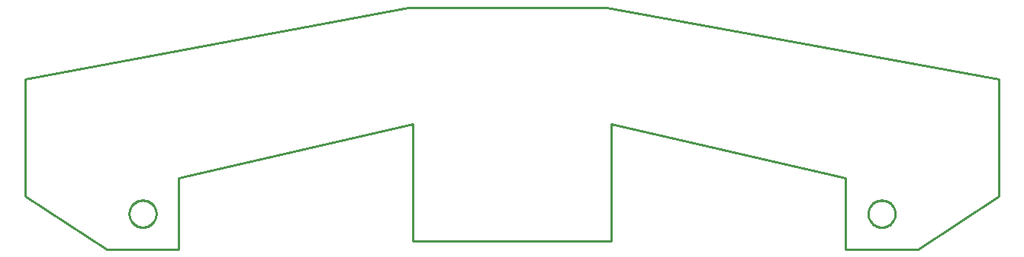
<source format=gbr>
G04 EAGLE Gerber RS-274X export*
G75*
%MOMM*%
%FSLAX34Y34*%
%LPD*%
%IN*%
%IPPOS*%
%AMOC8*
5,1,8,0,0,1.08239X$1,22.5*%
G01*
%ADD10C,0.254000*%


D10*
X10000Y300000D02*
X100000Y240000D01*
X180000Y240000D01*
X180000Y320000D01*
X440000Y380000D01*
X440000Y250000D01*
X660000Y250000D01*
X660000Y380000D01*
X920000Y320000D01*
X920000Y240000D01*
X1000000Y240000D01*
X1090000Y300000D01*
X1090000Y430000D01*
X655000Y510000D01*
X435000Y510000D01*
X10000Y430000D01*
X10000Y300000D01*
X975000Y279464D02*
X974924Y278396D01*
X974771Y277335D01*
X974543Y276288D01*
X974241Y275260D01*
X973867Y274256D01*
X973422Y273281D01*
X972908Y272341D01*
X972329Y271440D01*
X971687Y270582D01*
X970985Y269772D01*
X970228Y269015D01*
X969418Y268313D01*
X968560Y267671D01*
X967659Y267092D01*
X966719Y266578D01*
X965744Y266133D01*
X964740Y265759D01*
X963712Y265457D01*
X962665Y265229D01*
X961604Y265076D01*
X960536Y265000D01*
X959464Y265000D01*
X958396Y265076D01*
X957335Y265229D01*
X956288Y265457D01*
X955260Y265759D01*
X954256Y266133D01*
X953281Y266578D01*
X952341Y267092D01*
X951440Y267671D01*
X950582Y268313D01*
X949772Y269015D01*
X949015Y269772D01*
X948313Y270582D01*
X947671Y271440D01*
X947092Y272341D01*
X946578Y273281D01*
X946133Y274256D01*
X945759Y275260D01*
X945457Y276288D01*
X945229Y277335D01*
X945076Y278396D01*
X945000Y279464D01*
X945000Y280536D01*
X945076Y281604D01*
X945229Y282665D01*
X945457Y283712D01*
X945759Y284740D01*
X946133Y285744D01*
X946578Y286719D01*
X947092Y287659D01*
X947671Y288560D01*
X948313Y289418D01*
X949015Y290228D01*
X949772Y290985D01*
X950582Y291687D01*
X951440Y292329D01*
X952341Y292908D01*
X953281Y293422D01*
X954256Y293867D01*
X955260Y294241D01*
X956288Y294543D01*
X957335Y294771D01*
X958396Y294924D01*
X959464Y295000D01*
X960536Y295000D01*
X961604Y294924D01*
X962665Y294771D01*
X963712Y294543D01*
X964740Y294241D01*
X965744Y293867D01*
X966719Y293422D01*
X967659Y292908D01*
X968560Y292329D01*
X969418Y291687D01*
X970228Y290985D01*
X970985Y290228D01*
X971687Y289418D01*
X972329Y288560D01*
X972908Y287659D01*
X973422Y286719D01*
X973867Y285744D01*
X974241Y284740D01*
X974543Y283712D01*
X974771Y282665D01*
X974924Y281604D01*
X975000Y280536D01*
X975000Y279464D01*
X155000Y279464D02*
X154924Y278396D01*
X154771Y277335D01*
X154543Y276288D01*
X154241Y275260D01*
X153867Y274256D01*
X153422Y273281D01*
X152908Y272341D01*
X152329Y271440D01*
X151687Y270582D01*
X150985Y269772D01*
X150228Y269015D01*
X149418Y268313D01*
X148560Y267671D01*
X147659Y267092D01*
X146719Y266578D01*
X145744Y266133D01*
X144740Y265759D01*
X143712Y265457D01*
X142665Y265229D01*
X141604Y265076D01*
X140536Y265000D01*
X139464Y265000D01*
X138396Y265076D01*
X137335Y265229D01*
X136288Y265457D01*
X135260Y265759D01*
X134256Y266133D01*
X133281Y266578D01*
X132341Y267092D01*
X131440Y267671D01*
X130582Y268313D01*
X129772Y269015D01*
X129015Y269772D01*
X128313Y270582D01*
X127671Y271440D01*
X127092Y272341D01*
X126578Y273281D01*
X126133Y274256D01*
X125759Y275260D01*
X125457Y276288D01*
X125229Y277335D01*
X125076Y278396D01*
X125000Y279464D01*
X125000Y280536D01*
X125076Y281604D01*
X125229Y282665D01*
X125457Y283712D01*
X125759Y284740D01*
X126133Y285744D01*
X126578Y286719D01*
X127092Y287659D01*
X127671Y288560D01*
X128313Y289418D01*
X129015Y290228D01*
X129772Y290985D01*
X130582Y291687D01*
X131440Y292329D01*
X132341Y292908D01*
X133281Y293422D01*
X134256Y293867D01*
X135260Y294241D01*
X136288Y294543D01*
X137335Y294771D01*
X138396Y294924D01*
X139464Y295000D01*
X140536Y295000D01*
X141604Y294924D01*
X142665Y294771D01*
X143712Y294543D01*
X144740Y294241D01*
X145744Y293867D01*
X146719Y293422D01*
X147659Y292908D01*
X148560Y292329D01*
X149418Y291687D01*
X150228Y290985D01*
X150985Y290228D01*
X151687Y289418D01*
X152329Y288560D01*
X152908Y287659D01*
X153422Y286719D01*
X153867Y285744D01*
X154241Y284740D01*
X154543Y283712D01*
X154771Y282665D01*
X154924Y281604D01*
X155000Y280536D01*
X155000Y279464D01*
M02*

</source>
